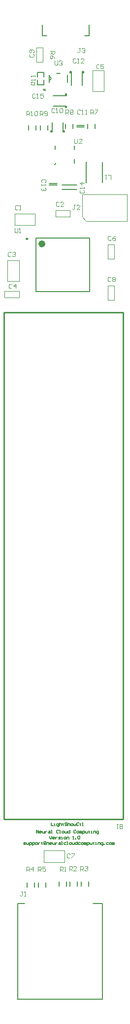
<source format=gto>
G04 Layer_Color=65535*
%FSLAX44Y44*%
%MOMM*%
G71*
G01*
G75*
%ADD60C,0.2500*%
%ADD61C,0.6000*%
%ADD62C,0.1524*%
%ADD63C,0.2000*%
%ADD64C,0.1270*%
%ADD65C,0.2032*%
%ADD66C,0.1000*%
%ADD67C,0.1500*%
%ADD68C,0.2540*%
%ADD69C,0.1250*%
G36*
X10198224Y4951788D02*
X10198243Y4951751D01*
X10198260Y4951696D01*
X10198279Y4951624D01*
X10198315Y4951515D01*
X10198352Y4951405D01*
X10198425Y4951132D01*
X10198497Y4950804D01*
X10198589Y4950440D01*
X10198661Y4950057D01*
X10198716Y4949657D01*
X10198734Y4949675D01*
X10198807Y4949748D01*
X10198917Y4949875D01*
X10199080Y4950039D01*
X10199317Y4950258D01*
X10199590Y4950495D01*
X10199936Y4950804D01*
X10200337Y4951132D01*
X10201047Y4950112D01*
X10201011Y4950094D01*
X10200920Y4950021D01*
X10200774Y4949912D01*
X10200574Y4949766D01*
X10200300Y4949602D01*
X10199991Y4949402D01*
X10199626Y4949165D01*
X10199226Y4948929D01*
X10199244D01*
X10199280Y4948910D01*
X10199335Y4948874D01*
X10199426Y4948819D01*
X10199645Y4948710D01*
X10199900Y4948564D01*
X10200191Y4948382D01*
X10200501Y4948200D01*
X10200792Y4948000D01*
X10201047Y4947817D01*
X10200337Y4946816D01*
X10200319Y4946834D01*
X10200283Y4946852D01*
X10200228Y4946907D01*
X10200137Y4946980D01*
X10199918Y4947144D01*
X10199663Y4947362D01*
X10199390Y4947599D01*
X10199135Y4947836D01*
X10198898Y4948054D01*
X10198789Y4948145D01*
X10198716Y4948236D01*
Y4948218D01*
X10198698Y4948182D01*
Y4948127D01*
X10198680Y4948054D01*
X10198661Y4947945D01*
X10198625Y4947836D01*
X10198571Y4947563D01*
X10198497Y4947235D01*
X10198425Y4946889D01*
X10198224Y4946142D01*
X10197004Y4946524D01*
Y4946543D01*
X10197023Y4946579D01*
X10197059Y4946652D01*
X10197077Y4946743D01*
X10197131Y4946852D01*
X10197186Y4946998D01*
X10197296Y4947289D01*
X10197423Y4947617D01*
X10197569Y4947945D01*
X10197714Y4948255D01*
X10197842Y4948510D01*
X10197769D01*
X10197696Y4948491D01*
X10197587D01*
X10197459Y4948473D01*
X10197314Y4948455D01*
X10196986Y4948437D01*
X10196640Y4948400D01*
X10196276Y4948364D01*
X10195966Y4948346D01*
X10195693D01*
Y4949584D01*
X10195839D01*
X10196039Y4949566D01*
X10196276Y4949548D01*
X10196585Y4949511D01*
X10196968Y4949493D01*
X10197386Y4949438D01*
X10197842Y4949384D01*
Y4949402D01*
X10197823Y4949420D01*
X10197806Y4949475D01*
X10197769Y4949548D01*
X10197678Y4949730D01*
X10197569Y4949966D01*
X10197441Y4950258D01*
X10197296Y4950604D01*
X10197150Y4950986D01*
X10197004Y4951405D01*
X10198224Y4951806D01*
Y4951788D01*
D02*
G37*
D60*
X10169500Y4694500D02*
G03*
X10169500Y4694500I-1250J0D01*
G01*
D61*
X10197000Y4686000D02*
G03*
X10197000Y4686000I-3000J0D01*
G01*
D62*
X10206736Y4965192D02*
G03*
X10206736Y4971288I0J3048D01*
G01*
X10237724Y4961890D02*
Y4974590D01*
X10218928Y4977130D02*
X10225532D01*
X10206736Y4971288D02*
Y4974590D01*
Y4965192D02*
Y4971288D01*
Y4961890D02*
Y4965192D01*
D63*
X10184000Y4604000D02*
Y4696000D01*
X10276000Y4604000D02*
Y4696000D01*
X10184000D02*
X10276000D01*
X10184000Y4604000D02*
X10276000D01*
D64*
X10262980Y4979970D02*
X10265980D01*
X10262980Y4956970D02*
Y4979970D01*
X10244979Y4956970D02*
Y4979970D01*
X10241980D02*
X10244979D01*
X10241980Y4977970D02*
Y4979970D01*
Y4977970D02*
X10244979D01*
X10241980Y4978970D02*
X10244979D01*
X10265980Y4977970D02*
Y4979970D01*
X10262980Y4977970D02*
X10265980D01*
X10262980Y4978970D02*
X10265980D01*
X10236500Y4918140D02*
Y4921140D01*
X10213500D02*
X10236500D01*
X10213500Y4939140D02*
X10236500D01*
Y4942140D01*
X10234500D02*
X10236500D01*
X10234500Y4939140D02*
Y4942140D01*
X10235500Y4939140D02*
Y4942140D01*
X10234500Y4918140D02*
X10236500D01*
X10234500D02*
Y4921140D01*
X10235500Y4918140D02*
Y4921140D01*
X10229960Y4877960D02*
X10232960D01*
X10229960Y4878960D02*
X10232960D01*
Y4876960D02*
Y4878960D01*
X10208960Y4877960D02*
X10211960D01*
X10208960Y4878960D02*
X10211960D01*
X10208960Y4876960D02*
Y4878960D01*
X10229960Y4876960D02*
Y4892960D01*
Y4876960D02*
X10232960D01*
X10208960D02*
X10211960D01*
Y4892960D01*
X10253818Y4888456D02*
X10266842D01*
X10253818Y4885464D02*
X10266842D01*
X10228280Y4778820D02*
X10254280D01*
X10228280Y4786820D02*
X10254280D01*
X10206828Y4789396D02*
X10219852D01*
X10206828Y4786404D02*
X10219852D01*
X10282150Y3560000D02*
X10298500D01*
X10152610D02*
X10164040D01*
X10152610Y3396170D02*
X10298500D01*
X10152610D02*
Y3560000D01*
X10298500Y3396170D02*
Y3560000D01*
X10297842Y4825720D02*
X10298459D01*
X10297842Y4790720D02*
X10298459D01*
X10270460Y4825720D02*
X10271079D01*
X10270460Y4790720D02*
X10271079D01*
X10298459D02*
Y4825720D01*
X10270460Y4790720D02*
Y4825720D01*
X10223500Y3589020D02*
Y3596640D01*
X10236200Y3589020D02*
Y3596640D01*
X10242550Y3589020D02*
Y3596640D01*
X10255250Y3589020D02*
Y3596640D01*
X10274301Y3589020D02*
Y3596640D01*
X10261600Y3589020D02*
Y3596640D01*
X10181590Y3587750D02*
Y3595370D01*
X10168890Y3587750D02*
Y3595370D01*
X10200640Y3587750D02*
Y3595370D01*
X10187940Y3587750D02*
Y3595370D01*
X10186250Y4978740D02*
X10197250D01*
Y4970740D02*
Y4978740D01*
Y4957740D02*
Y4965740D01*
X10186250Y4957740D02*
X10197250D01*
X10186250D02*
Y4965740D01*
Y4970740D02*
Y4978740D01*
X10273030Y4883150D02*
Y4890770D01*
X10285730Y4883150D02*
Y4890770D01*
X10191750Y4880610D02*
Y4888230D01*
X10204450Y4880610D02*
Y4888230D01*
X10247629Y4883150D02*
Y4890770D01*
X10234930Y4883150D02*
Y4890770D01*
X10184130Y4880610D02*
Y4888230D01*
X10171430Y4880610D02*
Y4888230D01*
X10207500Y3675078D02*
Y3671693D01*
X10209193Y3670000D01*
X10210886Y3671693D01*
Y3675078D01*
X10215118Y3670000D02*
X10213425D01*
X10212578Y3670846D01*
Y3672539D01*
X10213425Y3673386D01*
X10215118D01*
X10215964Y3672539D01*
Y3671693D01*
X10212578D01*
X10217657Y3673386D02*
Y3670000D01*
Y3671693D01*
X10218503Y3672539D01*
X10219349Y3673386D01*
X10220196D01*
X10222735Y3670000D02*
X10225274D01*
X10226121Y3670846D01*
X10225274Y3671693D01*
X10223582D01*
X10222735Y3672539D01*
X10223582Y3673386D01*
X10226121D01*
X10227813Y3670000D02*
X10229506D01*
X10228660D01*
Y3673386D01*
X10227813D01*
X10232892Y3670000D02*
X10234584D01*
X10235431Y3670846D01*
Y3672539D01*
X10234584Y3673386D01*
X10232892D01*
X10232045Y3672539D01*
Y3670846D01*
X10232892Y3670000D01*
X10237123D02*
Y3673386D01*
X10239663D01*
X10240509Y3672539D01*
Y3670000D01*
X10247280D02*
X10248973D01*
X10248126D01*
Y3675078D01*
X10247280Y3674232D01*
X10251512Y3670000D02*
Y3670846D01*
X10252358D01*
Y3670000D01*
X10251512D01*
X10255745Y3674232D02*
X10256591Y3675078D01*
X10258284D01*
X10259130Y3674232D01*
Y3670846D01*
X10258284Y3670000D01*
X10256591D01*
X10255745Y3670846D01*
Y3674232D01*
X10162620Y3660630D02*
X10165159D01*
X10166006Y3661476D01*
X10165159Y3662323D01*
X10163466D01*
X10162620Y3663169D01*
X10163466Y3664016D01*
X10166006D01*
X10167698D02*
Y3661476D01*
X10168545Y3660630D01*
X10171084D01*
Y3664016D01*
X10172776Y3658937D02*
Y3664016D01*
X10175316D01*
X10176162Y3663169D01*
Y3661476D01*
X10175316Y3660630D01*
X10172776D01*
X10177855Y3658937D02*
Y3664016D01*
X10180394D01*
X10181241Y3663169D01*
Y3661476D01*
X10180394Y3660630D01*
X10177855D01*
X10183780D02*
X10185472D01*
X10186319Y3661476D01*
Y3663169D01*
X10185472Y3664016D01*
X10183780D01*
X10182933Y3663169D01*
Y3661476D01*
X10183780Y3660630D01*
X10188011Y3664016D02*
Y3660630D01*
Y3662323D01*
X10188858Y3663169D01*
X10189705Y3664016D01*
X10190551D01*
X10193937Y3664862D02*
Y3664016D01*
X10193090D01*
X10194783D01*
X10193937D01*
Y3661476D01*
X10194783Y3660630D01*
X10199861Y3662323D02*
Y3663169D01*
X10199015D01*
Y3662323D01*
X10199861D01*
X10200707Y3663169D01*
Y3664862D01*
X10199861Y3665708D01*
X10198168D01*
X10197322Y3664862D01*
Y3661476D01*
X10198168Y3660630D01*
X10200707D01*
X10202401D02*
Y3664016D01*
X10204940D01*
X10205786Y3663169D01*
Y3660630D01*
X10210018D02*
X10208325D01*
X10207479Y3661476D01*
Y3663169D01*
X10208325Y3664016D01*
X10210018D01*
X10210864Y3663169D01*
Y3662323D01*
X10207479D01*
X10212557Y3664016D02*
Y3661476D01*
X10213403Y3660630D01*
X10215943D01*
Y3664016D01*
X10217635D02*
Y3660630D01*
Y3662323D01*
X10218482Y3663169D01*
X10219328Y3664016D01*
X10220175D01*
X10223560D02*
X10225253D01*
X10226099Y3663169D01*
Y3660630D01*
X10223560D01*
X10222714Y3661476D01*
X10223560Y3662323D01*
X10226099D01*
X10227792Y3660630D02*
X10229485D01*
X10228638D01*
Y3665708D01*
X10227792D01*
X10235410Y3664016D02*
X10232870D01*
X10232024Y3663169D01*
Y3661476D01*
X10232870Y3660630D01*
X10235410D01*
X10237103D02*
X10238795D01*
X10237949D01*
Y3665708D01*
X10237103D01*
X10242181Y3660630D02*
X10243873D01*
X10244720Y3661476D01*
Y3663169D01*
X10243873Y3664016D01*
X10242181D01*
X10241334Y3663169D01*
Y3661476D01*
X10242181Y3660630D01*
X10246412Y3664016D02*
Y3661476D01*
X10247260Y3660630D01*
X10249799D01*
Y3664016D01*
X10254877Y3665708D02*
Y3660630D01*
X10252338D01*
X10251492Y3661476D01*
Y3663169D01*
X10252338Y3664016D01*
X10254877D01*
X10259955D02*
X10257416D01*
X10256570Y3663169D01*
Y3661476D01*
X10257416Y3660630D01*
X10259955D01*
X10262494D02*
X10264187D01*
X10265033Y3661476D01*
Y3663169D01*
X10264187Y3664016D01*
X10262494D01*
X10261648Y3663169D01*
Y3661476D01*
X10262494Y3660630D01*
X10266726D02*
Y3664016D01*
X10267572D01*
X10268419Y3663169D01*
Y3660630D01*
Y3663169D01*
X10269265Y3664016D01*
X10270112Y3663169D01*
Y3660630D01*
X10271804Y3658937D02*
Y3664016D01*
X10274343D01*
X10275190Y3663169D01*
Y3661476D01*
X10274343Y3660630D01*
X10271804D01*
X10276882Y3664016D02*
Y3661476D01*
X10277729Y3660630D01*
X10280269D01*
Y3664016D01*
X10282808Y3664862D02*
Y3664016D01*
X10281962D01*
X10283654D01*
X10282808D01*
Y3661476D01*
X10283654Y3660630D01*
X10286193D02*
X10287886D01*
X10287040D01*
Y3664016D01*
X10286193D01*
X10290425Y3660630D02*
Y3664016D01*
X10292964D01*
X10293811Y3663169D01*
Y3660630D01*
X10297196Y3658937D02*
X10298043D01*
X10298889Y3659784D01*
Y3664016D01*
X10296350D01*
X10295503Y3663169D01*
Y3661476D01*
X10296350Y3660630D01*
X10298889D01*
X10300582D02*
Y3661476D01*
X10301428D01*
Y3660630D01*
X10300582D01*
X10308199Y3664016D02*
X10305660D01*
X10304813Y3663169D01*
Y3661476D01*
X10305660Y3660630D01*
X10308199D01*
X10310739D02*
X10312432D01*
X10313278Y3661476D01*
Y3663169D01*
X10312432Y3664016D01*
X10310739D01*
X10309893Y3663169D01*
Y3661476D01*
X10310739Y3660630D01*
X10314971D02*
Y3664016D01*
X10315817D01*
X10316664Y3663169D01*
Y3660630D01*
Y3663169D01*
X10317510Y3664016D01*
X10318356Y3663169D01*
Y3660630D01*
X10185000Y3680000D02*
Y3685078D01*
X10188386Y3680000D01*
Y3685078D01*
X10192618Y3680000D02*
X10190925D01*
X10190078Y3680846D01*
Y3682539D01*
X10190925Y3683386D01*
X10192618D01*
X10193464Y3682539D01*
Y3681693D01*
X10190078D01*
X10195157Y3683386D02*
Y3680846D01*
X10196003Y3680000D01*
X10198542D01*
Y3683386D01*
X10200235D02*
Y3680000D01*
Y3681693D01*
X10201082Y3682539D01*
X10201928Y3683386D01*
X10202774D01*
X10206160D02*
X10207853D01*
X10208699Y3682539D01*
Y3680000D01*
X10206160D01*
X10205313Y3680846D01*
X10206160Y3681693D01*
X10208699D01*
X10210392Y3680000D02*
X10212084D01*
X10211238D01*
Y3685078D01*
X10210392D01*
X10223088Y3684232D02*
X10222241Y3685078D01*
X10220549D01*
X10219702Y3684232D01*
Y3680846D01*
X10220549Y3680000D01*
X10222241D01*
X10223088Y3680846D01*
X10224780Y3680000D02*
X10226473D01*
X10225627D01*
Y3685078D01*
X10224780D01*
X10229859Y3680000D02*
X10231552D01*
X10232398Y3680846D01*
Y3682539D01*
X10231552Y3683386D01*
X10229859D01*
X10229012Y3682539D01*
Y3680846D01*
X10229859Y3680000D01*
X10234091Y3683386D02*
Y3680846D01*
X10234937Y3680000D01*
X10237476D01*
Y3683386D01*
X10242555Y3685078D02*
Y3680000D01*
X10240016D01*
X10239169Y3680846D01*
Y3682539D01*
X10240016Y3683386D01*
X10242555D01*
X10252711Y3684232D02*
X10251865Y3685078D01*
X10250172D01*
X10249326Y3684232D01*
Y3680846D01*
X10250172Y3680000D01*
X10251865D01*
X10252711Y3680846D01*
X10255250Y3680000D02*
X10256943D01*
X10257789Y3680846D01*
Y3682539D01*
X10256943Y3683386D01*
X10255250D01*
X10254404Y3682539D01*
Y3680846D01*
X10255250Y3680000D01*
X10259482D02*
Y3683386D01*
X10260328D01*
X10261176Y3682539D01*
Y3680000D01*
Y3682539D01*
X10262021Y3683386D01*
X10262867Y3682539D01*
Y3680000D01*
X10264561Y3678307D02*
Y3683386D01*
X10267100D01*
X10267947Y3682539D01*
Y3680846D01*
X10267100Y3680000D01*
X10264561D01*
X10269639Y3683386D02*
Y3680846D01*
X10270486Y3680000D01*
X10273025D01*
Y3683386D01*
X10275564Y3684232D02*
Y3683386D01*
X10274718D01*
X10276410D01*
X10275564D01*
Y3680846D01*
X10276410Y3680000D01*
X10278949D02*
X10280642D01*
X10279796D01*
Y3683386D01*
X10278949D01*
X10283181Y3680000D02*
Y3683386D01*
X10285720D01*
X10286567Y3682539D01*
Y3680000D01*
X10289952Y3678307D02*
X10290800D01*
X10291646Y3679154D01*
Y3683386D01*
X10289106D01*
X10288259Y3682539D01*
Y3680846D01*
X10289106Y3680000D01*
X10291646D01*
X10210000Y3697578D02*
Y3692500D01*
X10213386D01*
X10215078D02*
X10216771D01*
X10215925D01*
Y3695886D01*
X10215078D01*
X10221003Y3690807D02*
X10221849D01*
X10222696Y3691654D01*
Y3695886D01*
X10220157D01*
X10219310Y3695039D01*
Y3693346D01*
X10220157Y3692500D01*
X10222696D01*
X10224388Y3697578D02*
Y3692500D01*
Y3695039D01*
X10225235Y3695886D01*
X10226928D01*
X10227774Y3695039D01*
Y3692500D01*
X10230313Y3696732D02*
Y3695886D01*
X10229467D01*
X10231160D01*
X10230313D01*
Y3693346D01*
X10231160Y3692500D01*
X10237084Y3696732D02*
X10236238Y3697578D01*
X10234545D01*
X10233699Y3696732D01*
Y3695886D01*
X10234545Y3695039D01*
X10236238D01*
X10237084Y3694193D01*
Y3693346D01*
X10236238Y3692500D01*
X10234545D01*
X10233699Y3693346D01*
X10238777Y3697578D02*
Y3692500D01*
Y3695039D01*
X10239623Y3695886D01*
X10241316D01*
X10242163Y3695039D01*
Y3692500D01*
X10244702D02*
X10246395D01*
X10247241Y3693346D01*
Y3695039D01*
X10246395Y3695886D01*
X10244702D01*
X10243856Y3695039D01*
Y3693346D01*
X10244702Y3692500D01*
X10248934Y3695886D02*
Y3693346D01*
X10249780Y3692500D01*
X10250626Y3693346D01*
X10251473Y3692500D01*
X10252319Y3693346D01*
Y3695886D01*
X10257397Y3696732D02*
X10256552Y3697578D01*
X10254858D01*
X10254012Y3696732D01*
Y3693346D01*
X10254858Y3692500D01*
X10256552D01*
X10257397Y3693346D01*
X10259937Y3696732D02*
Y3695886D01*
X10259091D01*
X10260784D01*
X10259937D01*
Y3693346D01*
X10260784Y3692500D01*
X10263323D02*
X10265016D01*
X10264169D01*
Y3697578D01*
X10263323D01*
D65*
X10216160Y4821199D02*
X10218659Y4823699D01*
X10217150Y4847082D02*
Y4853686D01*
X10250170Y4847082D02*
Y4853686D01*
Y4823968D02*
Y4830572D01*
D66*
X10263000Y4760500D02*
Y4770000D01*
Y4732000D02*
Y4741500D01*
Y4732000D02*
X10270000Y4725000D01*
X10263000Y4741500D02*
Y4760500D01*
Y4770000D02*
X10340000D01*
Y4725000D02*
Y4770000D01*
X10270000Y4725000D02*
X10340000D01*
X10182500Y4717500D02*
Y4737500D01*
X10147250Y4717500D02*
X10182500D01*
X10147250Y4737500D02*
X10182500D01*
X10147250Y4717500D02*
Y4737500D01*
X10195980Y4996380D02*
Y5021380D01*
X10184980Y4996380D02*
X10195980D01*
X10184980D02*
Y5021380D01*
X10195980D01*
X10217500Y4743000D02*
X10242500D01*
Y4732000D02*
Y4743000D01*
X10217500Y4732000D02*
X10242500D01*
X10217500D02*
Y4743000D01*
X10135000Y4622500D02*
X10155000D01*
X10135000D02*
Y4657750D01*
X10155000Y4622500D02*
Y4657750D01*
X10135000D02*
X10155000D01*
X10280811Y4982090D02*
X10300811D01*
Y4946840D02*
Y4982090D01*
X10280811Y4946840D02*
Y4982090D01*
Y4946840D02*
X10300811D01*
X10197500Y3630000D02*
Y3650000D01*
X10232750D01*
X10197500Y3630000D02*
X10232750D01*
Y3650000D01*
X10130000Y4605500D02*
X10155000D01*
Y4594500D02*
Y4605500D01*
X10130000Y4594500D02*
X10155000D01*
X10130000D02*
Y4605500D01*
X10318000Y4660000D02*
Y4685000D01*
X10307000Y4660000D02*
X10318000D01*
X10307000D02*
Y4685000D01*
X10318000D01*
Y4590000D02*
Y4615000D01*
X10307000Y4590000D02*
X10318000D01*
X10307000D02*
Y4615000D01*
X10318000D01*
D67*
X10194500Y5041250D02*
X10202750D01*
X10194500D02*
Y5060250D01*
X10275500Y5041250D02*
Y5060250D01*
X10267250Y5041250D02*
X10275500D01*
D68*
X10323580Y3703930D02*
X10333580D01*
X10323580D02*
X10328580D01*
X10333580D02*
Y4568930D01*
X10128580Y3703930D02*
X10328580D01*
X10128580D02*
Y4568930D01*
X10333580D01*
D69*
X10252499Y5001248D02*
X10251249Y5002498D01*
X10248750D01*
X10247500Y5001248D01*
Y4996250D01*
X10248750Y4995000D01*
X10251249D01*
X10252499Y4996250D01*
X10254998Y4995000D02*
X10257496D01*
X10256248D01*
Y5002498D01*
X10254998Y5001248D01*
X10266244Y4995000D02*
X10261245D01*
X10266244Y4999998D01*
Y5001248D01*
X10264994Y5002498D01*
X10262495D01*
X10261245Y5001248D01*
X10182498Y4941248D02*
X10181249Y4942498D01*
X10178749D01*
X10177500Y4941248D01*
Y4936250D01*
X10178749Y4935000D01*
X10181249D01*
X10182498Y4936250D01*
X10184998Y4935000D02*
X10187497D01*
X10186247D01*
Y4942498D01*
X10184998Y4941248D01*
X10196244Y4942498D02*
X10191246D01*
Y4938749D01*
X10193745Y4939998D01*
X10194995D01*
X10196244Y4938749D01*
Y4936250D01*
X10194995Y4935000D01*
X10192495D01*
X10191246Y4936250D01*
X10215798Y4916068D02*
X10214549Y4917318D01*
X10212050D01*
X10210800Y4916068D01*
Y4911070D01*
X10212050Y4909820D01*
X10214549D01*
X10215798Y4911070D01*
X10218298Y4909820D02*
X10220797D01*
X10219547D01*
Y4917318D01*
X10218298Y4916068D01*
X10224546D02*
X10225795Y4917318D01*
X10228295D01*
X10229544Y4916068D01*
Y4911070D01*
X10228295Y4909820D01*
X10225795D01*
X10224546Y4911070D01*
Y4916068D01*
X10259999Y4913748D02*
X10258749Y4914998D01*
X10256250D01*
X10255000Y4913748D01*
Y4908750D01*
X10256250Y4907500D01*
X10258749D01*
X10259999Y4908750D01*
X10262498Y4907500D02*
X10264996D01*
X10263748D01*
Y4914998D01*
X10262498Y4913748D01*
X10268745Y4907500D02*
X10271245D01*
X10269995D01*
Y4914998D01*
X10268745Y4913748D01*
X10260432Y4777658D02*
X10259182Y4776409D01*
Y4773910D01*
X10260432Y4772660D01*
X10265431D01*
X10266680Y4773910D01*
Y4776409D01*
X10265431Y4777658D01*
X10266680Y4780157D02*
Y4782657D01*
Y4781407D01*
X10259182D01*
X10260432Y4780157D01*
X10266680Y4790154D02*
X10259182D01*
X10262931Y4786406D01*
Y4791404D01*
X10199268Y4790522D02*
X10200518Y4791771D01*
Y4794270D01*
X10199268Y4795520D01*
X10194269D01*
X10193020Y4794270D01*
Y4791771D01*
X10194269Y4790522D01*
X10193020Y4788022D02*
Y4785523D01*
Y4786773D01*
X10200518D01*
X10199268Y4788022D01*
Y4781774D02*
X10200518Y4780525D01*
Y4778026D01*
X10199268Y4776776D01*
X10198018D01*
X10196769Y4778026D01*
Y4779275D01*
Y4778026D01*
X10195519Y4776776D01*
X10194269D01*
X10193020Y4778026D01*
Y4780525D01*
X10194269Y4781774D01*
X10161165Y3579944D02*
X10158665D01*
X10159915D01*
Y3573696D01*
X10158665Y3572446D01*
X10157416D01*
X10156166Y3573696D01*
X10163663Y3572446D02*
X10166163D01*
X10164913D01*
Y3579944D01*
X10163663Y3578694D01*
X10312400Y4795642D02*
Y4803140D01*
X10307401D01*
X10304902D02*
X10302404D01*
X10303652D01*
Y4795642D01*
X10304902Y4796892D01*
X10225000Y3615000D02*
Y3622498D01*
X10228749D01*
X10229998Y3621248D01*
Y3618749D01*
X10228749Y3617499D01*
X10225000D01*
X10227499D02*
X10229998Y3615000D01*
X10232498D02*
X10234997D01*
X10233747D01*
Y3622498D01*
X10232498Y3621248D01*
X10241025Y3615690D02*
Y3623188D01*
X10244775D01*
X10246024Y3621938D01*
Y3619439D01*
X10244775Y3618189D01*
X10241025D01*
X10243525D02*
X10246024Y3615690D01*
X10253522D02*
X10248524D01*
X10253522Y3620688D01*
Y3621938D01*
X10252273Y3623188D01*
X10249773D01*
X10248524Y3621938D01*
X10260076Y3615690D02*
Y3623188D01*
X10263824D01*
X10265074Y3621938D01*
Y3619439D01*
X10263824Y3618189D01*
X10260076D01*
X10262576D02*
X10265074Y3615690D01*
X10267573Y3621938D02*
X10268823Y3623188D01*
X10271322D01*
X10272572Y3621938D01*
Y3620688D01*
X10271322Y3619439D01*
X10270073D01*
X10271322D01*
X10272572Y3618189D01*
Y3616940D01*
X10271322Y3615690D01*
X10268823D01*
X10267573Y3616940D01*
X10167366Y3614420D02*
Y3621918D01*
X10171115D01*
X10172365Y3620668D01*
Y3618169D01*
X10171115Y3616919D01*
X10167366D01*
X10169865D02*
X10172365Y3614420D01*
X10178613D02*
Y3621918D01*
X10174864Y3618169D01*
X10179862D01*
X10187500Y3615000D02*
Y3622498D01*
X10191249D01*
X10192498Y3621248D01*
Y3618749D01*
X10191249Y3617499D01*
X10187500D01*
X10189999D02*
X10192498Y3615000D01*
X10199996Y3622498D02*
X10194998D01*
Y3618749D01*
X10197497Y3619998D01*
X10198746D01*
X10199996Y3618749D01*
Y3616250D01*
X10198746Y3615000D01*
X10196247D01*
X10194998Y3616250D01*
X10182500Y4957500D02*
X10175002D01*
Y4961249D01*
X10176252Y4962498D01*
X10178751D01*
X10180001Y4961249D01*
Y4957500D01*
Y4959999D02*
X10182500Y4962498D01*
Y4964998D02*
Y4967497D01*
Y4966247D01*
X10175002D01*
X10176252Y4964998D01*
X10182500Y4971246D02*
Y4973745D01*
Y4972495D01*
X10175002D01*
X10176252Y4971246D01*
X10277500Y4907500D02*
Y4914998D01*
X10281249D01*
X10282499Y4913748D01*
Y4911249D01*
X10281249Y4909999D01*
X10277500D01*
X10279999D02*
X10282499Y4907500D01*
X10284998Y4914998D02*
X10289996D01*
Y4913748D01*
X10284998Y4908750D01*
Y4907500D01*
X10190480Y4904740D02*
Y4912238D01*
X10194229D01*
X10195479Y4910988D01*
Y4908489D01*
X10194229Y4907239D01*
X10190480D01*
X10192979D02*
X10195479Y4904740D01*
X10197977Y4905990D02*
X10199227Y4904740D01*
X10201727D01*
X10202976Y4905990D01*
Y4910988D01*
X10201727Y4912238D01*
X10199227D01*
X10197977Y4910988D01*
Y4909738D01*
X10199227Y4908489D01*
X10202976D01*
X10235000Y4907500D02*
Y4914998D01*
X10238749D01*
X10239998Y4913748D01*
Y4911249D01*
X10238749Y4909999D01*
X10235000D01*
X10237499D02*
X10239998Y4907500D01*
X10242498Y4913748D02*
X10243748Y4914998D01*
X10246246D01*
X10247496Y4913748D01*
Y4912498D01*
X10246246Y4911249D01*
X10247496Y4909999D01*
Y4908750D01*
X10246246Y4907500D01*
X10243748D01*
X10242498Y4908750D01*
Y4909999D01*
X10243748Y4911249D01*
X10242498Y4912498D01*
Y4913748D01*
X10243748Y4911249D02*
X10246246D01*
X10167620Y4904740D02*
Y4912238D01*
X10171369D01*
X10172618Y4910988D01*
Y4908489D01*
X10171369Y4907239D01*
X10167620D01*
X10170119D02*
X10172618Y4904740D01*
X10175118D02*
X10177617D01*
X10176367D01*
Y4912238D01*
X10175118Y4910988D01*
X10181365D02*
X10182615Y4912238D01*
X10185114D01*
X10186364Y4910988D01*
Y4905990D01*
X10185114Y4904740D01*
X10182615D01*
X10181365Y4905990D01*
Y4910988D01*
X10215880Y4998598D02*
Y4992350D01*
X10217130Y4991100D01*
X10219629D01*
X10220878Y4992350D01*
Y4998598D01*
X10223378Y4997348D02*
X10224627Y4998598D01*
X10227126D01*
X10228376Y4997348D01*
Y4996098D01*
X10227126Y4994849D01*
X10225877D01*
X10227126D01*
X10228376Y4993599D01*
Y4992350D01*
X10227126Y4991100D01*
X10224627D01*
X10223378Y4992350D01*
X10250040Y4864958D02*
Y4858710D01*
X10251289Y4857460D01*
X10253789D01*
X10255038Y4858710D01*
Y4864958D01*
X10262535Y4857460D02*
X10257538D01*
X10262535Y4862458D01*
Y4863708D01*
X10261287Y4864958D01*
X10258787D01*
X10257538Y4863708D01*
X10251359Y4752218D02*
X10248859D01*
X10250109D01*
Y4745970D01*
X10248859Y4744720D01*
X10247610D01*
X10246360Y4745970D01*
X10258856Y4744720D02*
X10253857D01*
X10258856Y4749718D01*
Y4750968D01*
X10257606Y4752218D01*
X10255107D01*
X10253857Y4750968D01*
X10147500Y4712498D02*
Y4706250D01*
X10148749Y4705000D01*
X10151249D01*
X10152498Y4706250D01*
Y4712498D01*
X10154998Y4705000D02*
X10157497D01*
X10156247D01*
Y4712498D01*
X10154998Y4711248D01*
X10152886Y4750514D02*
X10151637Y4751764D01*
X10149138D01*
X10147888Y4750514D01*
Y4745516D01*
X10149138Y4744266D01*
X10151637D01*
X10152886Y4745516D01*
X10155386Y4744266D02*
X10157885D01*
X10156635D01*
Y4751764D01*
X10155386Y4750514D01*
X10173752Y5009998D02*
X10172502Y5008749D01*
Y5006250D01*
X10173752Y5005000D01*
X10178751D01*
X10180000Y5006250D01*
Y5008749D01*
X10178751Y5009998D01*
Y5012498D02*
X10180000Y5013747D01*
Y5016246D01*
X10178751Y5017496D01*
X10173752D01*
X10172502Y5016246D01*
Y5013747D01*
X10173752Y5012498D01*
X10175002D01*
X10176251Y5013747D01*
Y5017496D01*
X10223314Y4756194D02*
X10222065Y4757444D01*
X10219565D01*
X10218316Y4756194D01*
Y4751196D01*
X10219565Y4749946D01*
X10222065D01*
X10223314Y4751196D01*
X10230812Y4749946D02*
X10225814D01*
X10230812Y4754944D01*
Y4756194D01*
X10229562Y4757444D01*
X10227063D01*
X10225814Y4756194D01*
X10140854Y4670792D02*
X10139605Y4672042D01*
X10137106D01*
X10135856Y4670792D01*
Y4665793D01*
X10137106Y4664544D01*
X10139605D01*
X10140854Y4665793D01*
X10143354Y4670792D02*
X10144603Y4672042D01*
X10147103D01*
X10148352Y4670792D01*
Y4669543D01*
X10147103Y4668293D01*
X10145853D01*
X10147103D01*
X10148352Y4667043D01*
Y4665793D01*
X10147103Y4664544D01*
X10144603D01*
X10143354Y4665793D01*
X10292499Y4991248D02*
X10291249Y4992498D01*
X10288750D01*
X10287500Y4991248D01*
Y4986250D01*
X10288750Y4985000D01*
X10291249D01*
X10292499Y4986250D01*
X10299996Y4992498D02*
X10294998D01*
Y4988749D01*
X10297496Y4989998D01*
X10298746D01*
X10299996Y4988749D01*
Y4986250D01*
X10298746Y4985000D01*
X10296248D01*
X10294998Y4986250D01*
X10242499Y3643748D02*
X10241249Y3644998D01*
X10238749D01*
X10237500Y3643748D01*
Y3638750D01*
X10238749Y3637500D01*
X10241249D01*
X10242499Y3638750D01*
X10244998Y3644998D02*
X10249996D01*
Y3643748D01*
X10244998Y3638750D01*
Y3637500D01*
X10142498Y4616248D02*
X10141249Y4617498D01*
X10138749D01*
X10137500Y4616248D01*
Y4611250D01*
X10138749Y4610000D01*
X10141249D01*
X10142498Y4611250D01*
X10148746Y4610000D02*
Y4617498D01*
X10144998Y4613749D01*
X10149996D01*
X10312672Y4698052D02*
X10311423Y4699301D01*
X10308923D01*
X10307675Y4698052D01*
Y4693054D01*
X10308923Y4691804D01*
X10311423D01*
X10312672Y4693054D01*
X10320170Y4699301D02*
X10317671Y4698052D01*
X10315172Y4695553D01*
Y4693054D01*
X10316421Y4691804D01*
X10318921D01*
X10320170Y4693054D01*
Y4694303D01*
X10318921Y4695553D01*
X10315172D01*
X10312672Y4628052D02*
X10311423Y4629301D01*
X10308923D01*
X10307675Y4628052D01*
Y4623054D01*
X10308923Y4621804D01*
X10311423D01*
X10312672Y4623054D01*
X10315172Y4628052D02*
X10316421Y4629301D01*
X10318921D01*
X10320170Y4628052D01*
Y4626802D01*
X10318921Y4625553D01*
X10320170Y4624303D01*
Y4623054D01*
X10318921Y4621804D01*
X10316421D01*
X10315172Y4623054D01*
Y4624303D01*
X10316421Y4625553D01*
X10315172Y4626802D01*
Y4628052D01*
X10316421Y4625553D02*
X10318921D01*
X10260319Y5020308D02*
X10257819D01*
X10259069D01*
Y5014059D01*
X10257819Y5012810D01*
X10256570D01*
X10255320Y5014059D01*
X10262817Y5019058D02*
X10264067Y5020308D01*
X10266566D01*
X10267816Y5019058D01*
Y5017809D01*
X10266566Y5016559D01*
X10265317D01*
X10266566D01*
X10267816Y5015309D01*
Y5014059D01*
X10266566Y5012810D01*
X10264067D01*
X10262817Y5014059D01*
X10208260Y5015230D02*
X10215757D01*
Y5011481D01*
X10214508Y5010232D01*
X10212009D01*
X10210759Y5011481D01*
Y5015230D01*
Y5012731D02*
X10208260Y5010232D01*
X10215757Y5002734D02*
X10214508Y5005233D01*
X10212009Y5007733D01*
X10209510D01*
X10208260Y5006483D01*
Y5003983D01*
X10209510Y5002734D01*
X10210759D01*
X10212009Y5003983D01*
Y5007733D01*
X10332339Y3687567D02*
Y3695065D01*
X10328590D01*
X10327340Y3693815D01*
Y3692566D01*
X10328590Y3691316D01*
X10332339D01*
X10328590D01*
X10327340Y3690067D01*
Y3688817D01*
X10328590Y3687567D01*
X10332339D01*
X10324841Y3695065D02*
X10322343D01*
X10323591D01*
Y3687567D01*
X10324841Y3688817D01*
M02*

</source>
